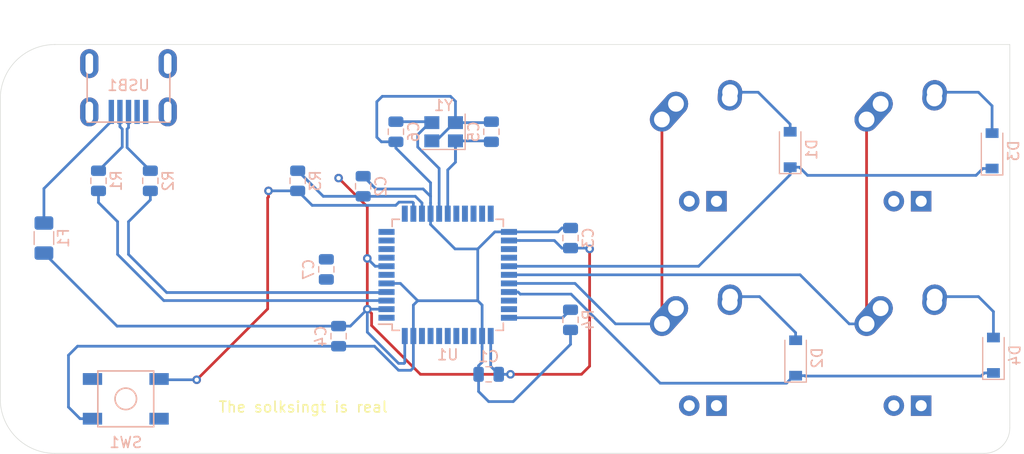
<source format=kicad_pcb>
(kicad_pcb (version 20240108) (generator "pcbnew") (generator_version "8.0")
  (layers (0 "F.Cu" signal) (31 "B.Cu" signal) (34 "B.Paste" user) (35 "F.Paste" user) (36 "B.SilkS" user "B.Silkscreen") (37 "F.SilkS" user "F.Silkscreen") (38 "B.Mask" user) (39 "F.Mask" user) (44 "Edge.Cuts" user))
  (net 0 "")
  (net 1 "GND")
  (net 2 "+5V")
  (net 3 "Net-(C5-Pad2)")
  (net 4 "Net-(C6-Pad2)")
  (net 5 "Net-(C7-Pad1)")
  (net 6 "Net-(D1-Pad2)")
  (net 7 "ROW0")
  (net 8 "Net-(D2-Pad2)")
  (net 9 "ROW1")
  (net 10 "Net-(D3-Pad2)")
  (net 11 "Net-(D4-Pad2)")
  (net 12 "VCC")
  (net 13 "COL0")
  (net 14 "COL1")
  (net 15 "D-")
  (net 16 "Net-(R1-Pad1)")
  (net 17 "D+")
  (net 18 "Net-(R2-Pad1)")
  (net 19 "Net-(R3-Pad1)")
  (net 20 "Net-(R4-Pad2)")
  (net 21 "Net-(U1-Pad42)")
  (net 22 "Net-(U1-Pad41)")
  (net 23 "Net-(U1-Pad40)")
  (net 24 "Net-(U1-Pad39)")
  (net 25 "Net-(U1-Pad38)")
  (net 26 "Net-(U1-Pad37)")
  (net 27 "Net-(U1-Pad36)")
  (net 28 "Net-(U1-Pad32)")
  (net 29 "Net-(U1-Pad31)")
  (net 30 "Net-(U1-Pad26)")
  (net 31 "Net-(U1-Pad25)")
  (net 32 "Net-(U1-Pad22)")
  (net 33 "Net-(U1-Pad21)")
  (net 34 "Net-(U1-Pad20)")
  (net 35 "Net-(U1-Pad19)")
  (net 36 "Net-(U1-Pad18)")
  (net 37 "Net-(U1-Pad12)")
  (net 38 "Net-(U1-Pad11)")
  (net 39 "Net-(U1-Pad10)")
  (net 40 "Net-(U1-Pad9)")
  (net 41 "Net-(U1-Pad8)")
  (net 42 "Net-(U1-Pad1)")
  (net 43 "Net-(USB1-Pad2)")
  (net 44 "Net-(USB1-Pad6)")
  (footprint "MX_Alps_Hybrid:MX-1U" (layer "F.Cu") (at 170.55 106.45)
    (property "Reference" "MX3")
    (property "Value" "MX-NoLED")
    (pad "" np_thru_hole circle (at -5.08 0 48.0996) (size 1.75 1.75) (drill 1.75) (layers "*.Cu" "*.Mask"))
    (pad "" np_thru_hole circle (at 0 0) (size 3.9878 3.9878) (drill 3.9878) (layers "*.Cu" "*.Mask"))
    (pad "" np_thru_hole circle (at 5.08 0 48.0996) (size 1.75 1.75) (drill 1.75) (layers "*.Cu" "*.Mask"))
    (pad "1" thru_hole oval (at -3.81 -2.54 48.0996) (size 4.211556 2.25) (drill 1.47 (offset 0.980778 0)) (layers "*.Cu" "B.Mask") (net 14 "COL1"))
    (pad "1" thru_hole circle (at -2.5 -4) (size 2.25 2.25) (drill 1.47) (layers "*.Cu" "B.Mask") (net 14 "COL1"))
    (pad "2" thru_hole oval (at 2.5 -4.5 86.0548) (size 2.831378 2.25) (drill 1.47 (offset 0.290689 0)) (layers "*.Cu" "B.Mask") (net 10 "Net-(D3-Pad2)"))
    (pad "2" thru_hole circle (at 2.54 -5.08) (size 2.25 2.25) (drill 1.47) (layers "*.Cu" "B.Mask") (net 10 "Net-(D3-Pad2)"))
    (pad "3" thru_hole circle (at -1.27 5.08) (size 1.905 1.905) (drill 1.04) (layers "*.Cu" "B.Mask"))
    (pad "4" thru_hole rect (at 1.27 5.08) (size 1.905 1.905) (drill 1.04) (layers "*.Cu" "B.Mask"))
  )
  (footprint "MX_Alps_Hybrid:MX-1U" (layer "F.Cu") (at 151.5 106.45)
    (property "Reference" "MX1")
    (property "Value" "MX-NoLED")
    (pad "" np_thru_hole circle (at -5.08 0 48.0996) (size 1.75 1.75) (drill 1.75) (layers "*.Cu" "*.Mask"))
    (pad "" np_thru_hole circle (at 0 0) (size 3.9878 3.9878) (drill 3.9878) (layers "*.Cu" "*.Mask"))
    (pad "" np_thru_hole circle (at 5.08 0 48.0996) (size 1.75 1.75) (drill 1.75) (layers "*.Cu" "*.Mask"))
    (pad "1" thru_hole oval (at -3.81 -2.54 48.0996) (size 4.211556 2.25) (drill 1.47 (offset 0.980778 0)) (layers "*.Cu" "B.Mask") (net 13 "COL0"))
    (pad "1" thru_hole circle (at -2.5 -4) (size 2.25 2.25) (drill 1.47) (layers "*.Cu" "B.Mask") (net 13 "COL0"))
    (pad "2" thru_hole oval (at 2.5 -4.5 86.0548) (size 2.831378 2.25) (drill 1.47 (offset 0.290689 0)) (layers "*.Cu" "B.Mask") (net 6 "Net-(D1-Pad2)"))
    (pad "2" thru_hole circle (at 2.54 -5.08) (size 2.25 2.25) (drill 1.47) (layers "*.Cu" "B.Mask") (net 6 "Net-(D1-Pad2)"))
    (pad "3" thru_hole circle (at -1.27 5.08) (size 1.905 1.905) (drill 1.04) (layers "*.Cu" "B.Mask"))
    (pad "4" thru_hole rect (at 1.27 5.08) (size 1.905 1.905) (drill 1.04) (layers "*.Cu" "B.Mask"))
  )
  (footprint "MX_Alps_Hybrid:MX-1U" (layer "F.Cu") (at 170.55 125.5)
    (property "Reference" "MX4")
    (property "Value" "MX-NoLED")
    (pad "" np_thru_hole circle (at -5.08 0 48.0996) (size 1.75 1.75) (drill 1.75) (layers "*.Cu" "*.Mask"))
    (pad "" np_thru_hole circle (at 0 0) (size 3.9878 3.9878) (drill 3.9878) (layers "*.Cu" "*.Mask"))
    (pad "" np_thru_hole circle (at 5.08 0 48.0996) (size 1.75 1.75) (drill 1.75) (layers "*.Cu" "*.Mask"))
    (pad "1" thru_hole oval (at -3.81 -2.54 48.0996) (size 4.211556 2.25) (drill 1.47 (offset 0.980778 0)) (layers "*.Cu" "B.Mask") (net 14 "COL1"))
    (pad "1" thru_hole circle (at -2.5 -4) (size 2.25 2.25) (drill 1.47) (layers "*.Cu" "B.Mask") (net 14 "COL1"))
    (pad "2" thru_hole oval (at 2.5 -4.5 86.0548) (size 2.831378 2.25) (drill 1.47 (offset 0.290689 0)) (layers "*.Cu" "B.Mask") (net 11 "Net-(D4-Pad2)"))
    (pad "2" thru_hole circle (at 2.54 -5.08) (size 2.25 2.25) (drill 1.47) (layers "*.Cu" "B.Mask") (net 11 "Net-(D4-Pad2)"))
    (pad "3" thru_hole circle (at -1.27 5.08) (size 1.905 1.905) (drill 1.04) (layers "*.Cu" "B.Mask"))
    (pad "4" thru_hole rect (at 1.27 5.08) (size 1.905 1.905) (drill 1.04) (layers "*.Cu" "B.Mask"))
  )
  (footprint "MX_Alps_Hybrid:MX-1U" (layer "F.Cu") (at 151.5 125.5)
    (property "Reference" "MX2")
    (property "Value" "MX-NoLED")
    (pad "" np_thru_hole circle (at -5.08 0 48.0996) (size 1.75 1.75) (drill 1.75) (layers "*.Cu" "*.Mask"))
    (pad "" np_thru_hole circle (at 0 0) (size 3.9878 3.9878) (drill 3.9878) (layers "*.Cu" "*.Mask"))
    (pad "" np_thru_hole circle (at 5.08 0 48.0996) (size 1.75 1.75) (drill 1.75) (layers "*.Cu" "*.Mask"))
    (pad "1" thru_hole oval (at -3.81 -2.54 48.0996) (size 4.211556 2.25) (drill 1.47 (offset 0.980778 0)) (layers "*.Cu" "B.Mask") (net 13 "COL0"))
    (pad "1" thru_hole circle (at -2.5 -4) (size 2.25 2.25) (drill 1.47) (layers "*.Cu" "B.Mask") (net 13 "COL0"))
    (pad "2" thru_hole oval (at 2.5 -4.5 86.0548) (size 2.831378 2.25) (drill 1.47 (offset 0.290689 0)) (layers "*.Cu" "B.Mask") (net 8 "Net-(D2-Pad2)"))
    (pad "2" thru_hole circle (at 2.54 -5.08) (size 2.25 2.25) (drill 1.47) (layers "*.Cu" "B.Mask") (net 8 "Net-(D2-Pad2)"))
    (pad "3" thru_hole circle (at -1.27 5.08) (size 1.905 1.905) (drill 1.04) (layers "*.Cu" "B.Mask"))
    (pad "4" thru_hole rect (at 1.27 5.08) (size 1.905 1.905) (drill 1.04) (layers "*.Cu" "B.Mask"))
  )
  (footprint "Capacitor_SMD:C_0805_2012Metric" (layer "B.Cu") (at 131.561 127.659 180)
    (property "Reference" "C1" (at 0 1.65 0) (layer "B.SilkS") (effects (justify mirror)))
    (property "Value" "0.1uF")
    (fp_line (start -0.258578 0.71) (end 0.258578 0.71) (stroke (width 0.12)) (layer "B.SilkS"))
    (fp_line (start -0.258578 -0.71) (end 0.258578 -0.71) (stroke (width 0.12)) (layer "B.SilkS"))
    (pad "1" smd roundrect (at -0.9375 0 180) (size 0.975 1.4) (layers "B.Cu" "B.Paste" "B.Mask") (net 2 "+5V"))
    (pad "2" smd roundrect (at 0.9375 0 180) (size 0.975 1.4) (layers "B.Cu" "B.Paste" "B.Mask") (net 1 "GND"))
  )
  (footprint "Capacitor_SMD:C_0805_2012Metric" (layer "B.Cu") (at 119.877 110.133 90)
    (property "Reference" "C2" (at 0 1.65 -90) (layer "B.SilkS") (effects (justify mirror)))
    (property "Value" "0.1uF")
    (fp_line (start -0.258578 -0.71) (end 0.258578 -0.71) (stroke (width 0.12)) (layer "B.SilkS"))
    (fp_line (start -0.258578 0.71) (end 0.258578 0.71) (stroke (width 0.12)) (layer "B.SilkS"))
    (pad "1" smd roundrect (at -0.9375 0 90) (size 0.975 1.4) (layers "B.Cu" "B.Paste" "B.Mask") (net 2 "+5V"))
    (pad "2" smd roundrect (at 0.9375 0 90) (size 0.975 1.4) (layers "B.Cu" "B.Paste" "B.Mask") (net 1 "GND"))
  )
  (footprint "Capacitor_SMD:C_0805_2012Metric" (layer "B.Cu") (at 139.181 114.959 90)
    (property "Reference" "C3" (at 0 1.65 -90) (layer "B.SilkS") (effects (justify mirror)))
    (property "Value" "0.1uF")
    (fp_line (start -0.258578 -0.71) (end 0.258578 -0.71) (stroke (width 0.12)) (layer "B.SilkS"))
    (fp_line (start -0.258578 0.71) (end 0.258578 0.71) (stroke (width 0.12)) (layer "B.SilkS"))
    (pad "1" smd roundrect (at -0.9375 0 90) (size 0.975 1.4) (layers "B.Cu" "B.Paste" "B.Mask") (net 2 "+5V"))
    (pad "2" smd roundrect (at 0.9375 0 90) (size 0.975 1.4) (layers "B.Cu" "B.Paste" "B.Mask") (net 1 "GND"))
  )
  (footprint "Capacitor_SMD:C_0805_2012Metric" (layer "B.Cu") (at 131.815 105.053 -90)
    (property "Reference" "C5" (at 0 1.65 -90) (layer "B.SilkS") (effects (justify mirror)))
    (property "Value" "22pF")
    (fp_line (start -0.258578 0.71) (end 0.258578 0.71) (stroke (width 0.12)) (layer "B.SilkS"))
    (fp_line (start -0.258578 -0.71) (end 0.258578 -0.71) (stroke (width 0.12)) (layer "B.SilkS"))
    (pad "1" smd roundrect (at -0.9375 0 270) (size 0.975 1.4) (layers "B.Cu" "B.Paste" "B.Mask") (net 1 "GND"))
    (pad "2" smd roundrect (at 0.9375 0 270) (size 0.975 1.4) (layers "B.Cu" "B.Paste" "B.Mask") (net 3 "Net-(C5-Pad2)"))
  )
  (footprint "Capacitor_SMD:C_0805_2012Metric" (layer "B.Cu") (at 122.925 105.053 90)
    (property "Reference" "C6" (at 0 1.65 -90) (layer "B.SilkS") (effects (justify mirror)))
    (property "Value" "22pF")
    (fp_line (start -0.258578 -0.71) (end 0.258578 -0.71) (stroke (width 0.12)) (layer "B.SilkS"))
    (fp_line (start -0.258578 0.71) (end 0.258578 0.71) (stroke (width 0.12)) (layer "B.SilkS"))
    (pad "1" smd roundrect (at -0.9375 0 90) (size 0.975 1.4) (layers "B.Cu" "B.Paste" "B.Mask") (net 1 "GND"))
    (pad "2" smd roundrect (at 0.9375 0 90) (size 0.975 1.4) (layers "B.Cu" "B.Paste" "B.Mask") (net 4 "Net-(C6-Pad2)"))
  )
  (footprint "Capacitor_SMD:C_0805_2012Metric" (layer "B.Cu") (at 116.448 117.88 -90)
    (property "Reference" "C7" (at 0 1.65 -90) (layer "B.SilkS") (effects (justify mirror)))
    (property "Value" "1uF")
    (fp_line (start -0.258578 0.71) (end 0.258578 0.71) (stroke (width 0.12)) (layer "B.SilkS"))
    (fp_line (start -0.258578 -0.71) (end 0.258578 -0.71) (stroke (width 0.12)) (layer "B.SilkS"))
    (pad "1" smd roundrect (at -0.9375 0 270) (size 0.975 1.4) (layers "B.Cu" "B.Paste" "B.Mask") (net 5 "Net-(C7-Pad1)"))
    (pad "2" smd roundrect (at 0.9375 0 270) (size 0.975 1.4) (layers "B.Cu" "B.Paste" "B.Mask") (net 1 "GND"))
  )
  (footprint "Diode_SMD:D_SOD-123" (layer "B.Cu") (at 178.424 106.831 90)
    (property "Reference" "D3" (at 0 2 -90) (layer "B.SilkS") (effects (justify mirror)))
    (property "Value" "D_Small")
    (fp_line (start -2.25 -1) (end 1.65 -1) (stroke (width 0.12)) (layer "B.SilkS"))
    (fp_line (start -2.25 1) (end -2.25 -1) (stroke (width 0.12)) (layer "B.SilkS"))
    (fp_line (start -2.25 1) (end 1.65 1) (stroke (width 0.12)) (layer "B.SilkS"))
    (pad "1" smd rect (at -1.65 0 90) (size 0.9 1.2) (layers "B.Cu" "B.Paste" "B.Mask") (net 7 "ROW0"))
    (pad "2" smd rect (at 1.65 0 90) (size 0.9 1.2) (layers "B.Cu" "B.Paste" "B.Mask") (net 10 "Net-(D3-Pad2)"))
  )
  (footprint "Diode_SMD:D_SOD-123" (layer "B.Cu") (at 178.551 125.881 90)
    (property "Reference" "D4" (at 0 2 -90) (layer "B.SilkS") (effects (justify mirror)))
    (property "Value" "D_Small")
    (fp_line (start -2.25 -1) (end 1.65 -1) (stroke (width 0.12)) (layer "B.SilkS"))
    (fp_line (start -2.25 1) (end -2.25 -1) (stroke (width 0.12)) (layer "B.SilkS"))
    (fp_line (start -2.25 1) (end 1.65 1) (stroke (width 0.12)) (layer "B.SilkS"))
    (pad "1" smd rect (at -1.65 0 90) (size 0.9 1.2) (layers "B.Cu" "B.Paste" "B.Mask") (net 9 "ROW1"))
    (pad "2" smd rect (at 1.65 0 90) (size 0.9 1.2) (layers "B.Cu" "B.Paste" "B.Mask") (net 11 "Net-(D4-Pad2)"))
  )
  (footprint "Resistor_SMD:R_0805_2012Metric" (layer "B.Cu") (at 139.181 122.579 90)
    (property "Reference" "R4" (at 0 1.65 -90) (layer "B.SilkS") (effects (justify mirror)))
    (property "Value" "10k")
    (fp_line (start -0.258578 -0.71) (end 0.258578 -0.71) (stroke (width 0.12)) (layer "B.SilkS"))
    (fp_line (start -0.258578 0.71) (end 0.258578 0.71) (stroke (width 0.12)) (layer "B.SilkS"))
    (pad "1" smd roundrect (at -0.9375 0 90) (size 0.975 1.4) (layers "B.Cu" "B.Paste" "B.Mask") (net 1 "GND"))
    (pad "2" smd roundrect (at 0.9375 0 90) (size 0.975 1.4) (layers "B.Cu" "B.Paste" "B.Mask") (net 20 "Net-(R4-Pad2)"))
  )
  (footprint "Package_QFP:TQFP-44_10x10mm_P0.8mm" (layer "B.Cu") (at 127.751 118.388)
    (property "Reference" "U1" (at 0 7.45 0) (layer "B.SilkS") (effects (justify mirror)))
    (property "Value" "ATmega32U4-AU")
    (fp_line (start -5.175 -5.175) (end -5.175 -4.5) (stroke (width 0.15)) (layer "B.SilkS"))
    (fp_line (start -5.175 -5.175) (end -4.5 -5.175) (stroke (width 0.15)) (layer "B.SilkS"))
    (fp_line (start -5.175 4.6) (end -6.45 4.6) (stroke (width 0.15)) (layer "B.SilkS"))
    (fp_line (start -5.175 5.175) (end -5.175 4.6) (stroke (width 0.15)) (layer "B.SilkS"))
    (fp_line (start -5.175 5.175) (end -4.5 5.175) (stroke (width 0.15)) (layer "B.SilkS"))
    (fp_line (start 5.175 -5.175) (end 4.5 -5.175) (stroke (width 0.15)) (layer "B.SilkS"))
    (fp_line (start 5.175 -5.175) (end 5.175 -4.5) (stroke (width 0.15)) (layer "B.SilkS"))
    (fp_line (start 5.175 5.175) (end 4.5 5.175) (stroke (width 0.15)) (layer "B.SilkS"))
    (fp_line (start 5.175 5.175) (end 5.175 4.5) (stroke (width 0.15)) (layer "B.SilkS"))
    (pad "1" smd rect (at -5.7 4) (size 1.5 0.55) (layers "B.Cu" "B.Paste" "B.Mask") (net 42 "Net-(U1-Pad1)"))
    (pad "2" smd rect (at -5.7 3.2) (size 1.5 0.55) (layers "B.Cu" "B.Paste" "B.Mask") (net 2 "+5V"))
    (pad "3" smd rect (at -5.7 2.4) (size 1.5 0.55) (layers "B.Cu" "B.Paste" "B.Mask") (net 16 "Net-(R1-Pad1)"))
    (pad "4" smd rect (at -5.7 1.6) (size 1.5 0.55) (layers "B.Cu" "B.Paste" "B.Mask") (net 18 "Net-(R2-Pad1)"))
    (pad "5" smd rect (at -5.7 0.8) (size 1.5 0.55) (layers "B.Cu" "B.Paste" "B.Mask") (net 1 "GND"))
    (pad "6" smd rect (at -5.7 0) (size 1.5 0.55) (layers "B.Cu" "B.Paste" "B.Mask") (net 5 "Net-(C7-Pad1)"))
    (pad "7" smd rect (at -5.7 -0.8) (size 1.5 0.55) (layers "B.Cu" "B.Paste" "B.Mask") (net 2 "+5V"))
    (pad "8" smd rect (at -5.7 -1.6) (size 1.5 0.55) (layers "B.Cu" "B.Paste" "B.Mask") (net 41 "Net-(U1-Pad8)"))
    (pad "9" smd rect (at -5.7 -2.4) (size 1.5 0.55) (layers "B.Cu" "B.Paste" "B.Mask") (net 40 "Net-(U1-Pad9)"))
    (pad "10" smd rect (at -5.7 -3.2) (size 1.5 0.55) (layers "B.Cu" "B.Paste" "B.Mask") (net 39 "Net-(U1-Pad10)"))
    (pad "11" smd rect (at -5.7 -4) (size 1.5 0.55) (layers "B.Cu" "B.Paste" "B.Mask") (net 38 "Net-(U1-Pad11)"))
    (pad "12" smd rect (at -4 -5.7 270) (size 1.5 0.55) (layers "B.Cu" "B.Paste" "B.Mask") (net 37 "Net-(U1-Pad12)"))
    (pad "13" smd rect (at -3.2 -5.7 270) (size 1.5 0.55) (layers "B.Cu" "B.Paste" "B.Mask") (net 19 "Net-(R3-Pad1)"))
    (pad "14" smd rect (at -2.4 -5.7 270) (size 1.5 0.55) (layers "B.Cu" "B.Paste" "B.Mask") (net 2 "+5V"))
    (pad "15" smd rect (at -1.6 -5.7 270) (size 1.5 0.55) (layers "B.Cu" "B.Paste" "B.Mask") (net 1 "GND"))
    (pad "16" smd rect (at -0.8 -5.7 270) (size 1.5 0.55) (layers "B.Cu" "B.Paste" "B.Mask") (net 4 "Net-(C6-Pad2)"))
    (pad "17" smd rect (at 0 -5.7 270) (size 1.5 0.55) (layers "B.Cu" "B.Paste" "B.Mask") (net 3 "Net-(C5-Pad2)"))
    (pad "18" smd rect (at 0.8 -5.7 270) (size 1.5 0.55) (layers "B.Cu" "B.Paste" "B.Mask") (net 36 "Net-(U1-Pad18)"))
    (pad "19" smd rect (at 1.6 -5.7 270) (size 1.5 0.55) (layers "B.Cu" "B.Paste" "B.Mask") (net 35 "Net-(U1-Pad19)"))
    (pad "20" smd rect (at 2.4 -5.7 270) (size 1.5 0.55) (layers "B.Cu" "B.Paste" "B.Mask") (net 34 "Net-(U1-Pad20)"))
    (pad "21" smd rect (at 3.2 -5.7 270) (size 1.5 0.55) (layers "B.Cu" "B.Paste" "B.Mask") (net 33 "Net-(U1-Pad21)"))
    (pad "22" smd rect (at 4 -5.7 270) (size 1.5 0.55) (layers "B.Cu" "B.Paste" "B.Mask") (net 32 "Net-(U1-Pad22)"))
    (pad "23" smd rect (at 5.7 -4) (size 1.5 0.55) (layers "B.Cu" "B.Paste" "B.Mask") (net 1 "GND"))
    (pad "24" smd rect (at 5.7 -3.2) (size 1.5 0.55) (layers "B.Cu" "B.Paste" "B.Mask") (net 2 "+5V"))
    (pad "25" smd rect (at 5.7 -2.4) (size 1.5 0.55) (layers "B.Cu" "B.Paste" "B.Mask") (net 31 "Net-(U1-Pad25)"))
    (pad "26" smd rect (at 5.7 -1.6) (size 1.5 0.55) (layers "B.Cu" "B.Paste" "B.Mask") (net 30 "Net-(U1-Pad26)"))
    (pad "27" smd rect (at 5.7 -0.8) (size 1.5 0.55) (layers "B.Cu" "B.Paste" "B.Mask") (net 7 "ROW0"))
    (pad "28" smd rect (at 5.7 0) (size 1.5 0.55) (layers "B.Cu" "B.Paste" "B.Mask") (net 14 "COL1"))
    (pad "29" smd rect (at 5.7 0.8) (size 1.5 0.55) (layers "B.Cu" "B.Paste" "B.Mask") (net 13 "COL0"))
    (pad "30" smd rect (at 5.7 1.6) (size 1.5 0.55) (layers "B.Cu" "B.Paste" "B.Mask") (net 9 "ROW1"))
    (pad "31" smd rect (at 5.7 2.4) (size 1.5 0.55) (layers "B.Cu" "B.Paste" "B.Mask") (net 29 "Net-(U1-Pad31)"))
    (pad "32" smd rect (at 5.7 3.2) (size 1.5 0.55) (layers "B.Cu" "B.Paste" "B.Mask") (net 28 "Net-(U1-Pad32)"))
    (pad "33" smd rect (at 5.7 4) (size 1.5 0.55) (layers "B.Cu" "B.Paste" "B.Mask") (net 20 "Net-(R4-Pad2)"))
    (pad "34" smd rect (at 4 5.7 270) (size 1.5 0.55) (layers "B.Cu" "B.Paste" "B.Mask") (net 2 "+5V"))
    (pad "35" smd rect (at 3.2 5.7 270) (size 1.5 0.55) (layers "B.Cu" "B.Paste" "B.Mask") (net 1 "GND"))
    (pad "36" smd rect (at 2.4 5.7 270) (size 1.5 0.55) (layers "B.Cu" "B.Paste" "B.Mask") (net 27 "Net-(U1-Pad36)"))
    (pad "37" smd rect (at 1.6 5.7 270) (size 1.5 0.55) (layers "B.Cu" "B.Paste" "B.Mask") (net 26 "Net-(U1-Pad37)"))
    (pad "38" smd rect (at 0.8 5.7 270) (size 1.5 0.55) (layers "B.Cu" "B.Paste" "B.Mask") (net 25 "Net-(U1-Pad38)"))
    (pad "39" smd rect (at 0 5.7 270) (size 1.5 0.55) (layers "B.Cu" "B.Paste" "B.Mask") (net 24 "Net-(U1-Pad39)"))
    (pad "40" smd rect (at -0.8 5.7 270) (size 1.5 0.55) (layers "B.Cu" "B.Paste" "B.Mask") (net 23 "Net-(U1-Pad40)"))
    (pad "41" smd rect (at -1.6 5.7 270) (size 1.5 0.55) (layers "B.Cu" "B.Paste" "B.Mask") (net 22 "Net-(U1-Pad41)"))
    (pad "42" smd rect (at -2.4 5.7 270) (size 1.5 0.55) (layers "B.Cu" "B.Paste" "B.Mask") (net 21 "Net-(U1-Pad42)"))
    (pad "43" smd rect (at -3.2 5.7 270) (size 1.5 0.55) (layers "B.Cu" "B.Paste" "B.Mask") (net 1 "GND"))
    (pad "44" smd rect (at -4 5.7 270) (size 1.5 0.55) (layers "B.Cu" "B.Paste" "B.Mask") (net 2 "+5V"))
  )
  (footprint "Crystal:Crystal_SMD_3225-4Pin_3.2x2.5mm" (layer "B.Cu") (at 127.37 105.053 180)
    (property "Reference" "Y1" (at 0 2.45 0) (layer "B.SilkS") (effects (justify mirror)))
    (property "Value" "16MHz")
    (fp_line (start -2 1.65) (end -2 -1.65) (stroke (width 0.12)) (layer "B.SilkS"))
    (fp_line (start -2 -1.65) (end 2 -1.65) (stroke (width 0.12)) (layer "B.SilkS"))
    (pad "1" smd rect (at -1.1 -0.85 180) (size 1.4 1.2) (layers "B.Cu" "B.Paste" "B.Mask") (net 3 "Net-(C5-Pad2)"))
    (pad "2" smd rect (at 1.1 -0.85 180) (size 1.4 1.2) (layers "B.Cu" "B.Paste" "B.Mask") (net 1 "GND"))
    (pad "3" smd rect (at 1.1 0.85 180) (size 1.4 1.2) (layers "B.Cu" "B.Paste" "B.Mask") (net 4 "Net-(C6-Pad2)"))
    (pad "4" smd rect (at -1.1 0.85 180) (size 1.4 1.2) (layers "B.Cu" "B.Paste" "B.Mask") (net 1 "GND"))
  )
  (footprint "Resistor_SMD:R_0805_2012Metric" (layer "B.Cu") (at 100.065 109.625 90)
    (property "Reference" "R2" (at 0 1.65 -90) (layer "B.SilkS") (effects (justify mirror)))
    (property "Value" "22")
    (fp_line (start -0.258578 -0.71) (end 0.258578 -0.71) (stroke (width 0.12)) (layer "B.SilkS"))
    (fp_line (start -0.258578 0.71) (end 0.258578 0.71) (stroke (width 0.12)) (layer "B.SilkS"))
    (pad "1" smd roundrect (at -0.9375 0 90) (size 0.975 1.4) (layers "B.Cu" "B.Paste" "B.Mask") (net 18 "Net-(R2-Pad1)"))
    (pad "2" smd roundrect (at 0.9375 0 90) (size 0.975 1.4) (layers "B.Cu" "B.Paste" "B.Mask") (net 17 "D+"))
  )
  (footprint "random-keyboard-parts:Molex-0548190589" (layer "B.Cu") (at 98.033 98.703 -90)
    (property "Reference" "USB1" (at 2.032 0 0) (layer "B.SilkS") (effects (justify mirror)))
    (property "Value" "Molex-0548190589")
    (fp_line (start 0 3.85) (end 5.45 3.85) (stroke (width 0.15)) (layer "B.SilkS"))
    (fp_line (start 5.45 3.85) (end 5.45 -3.85) (stroke (width 0.15)) (layer "B.SilkS"))
    (fp_line (start 0 -3.85) (end 5.45 -3.85) (stroke (width 0.15)) (layer "B.SilkS"))
    (pad "1" smd rect (at 4.5 -1.6 270) (size 2.25 0.5) (layers "B.Cu" "B.Paste" "B.Mask") (net 1 "GND"))
    (pad "2" smd rect (at 4.5 -0.8 270) (size 2.25 0.5) (layers "B.Cu" "B.Paste" "B.Mask") (net 43 "Net-(USB1-Pad2)"))
    (pad "3" smd rect (at 4.5 0 270) (size 2.25 0.5) (layers "B.Cu" "B.Paste" "B.Mask") (net 17 "D+"))
    (pad "4" smd rect (at 4.5 0.8 270) (size 2.25 0.5) (layers "B.Cu" "B.Paste" "B.Mask") (net 15 "D-"))
    (pad "5" smd rect (at 4.5 1.6 270) (size 2.25 0.5) (layers "B.Cu" "B.Paste" "B.Mask") (net 12 "VCC"))
    (pad "6" thru_hole oval (at 0 -3.65 270) (size 2.7 1.7) (drill oval 1.9 0.7) (layers "*.Cu" "*.Mask") (net 44 "Net-(USB1-Pad6)"))
    (pad "6" thru_hole oval (at 0 3.65 270) (size 2.7 1.7) (drill oval 1.9 0.7) (layers "*.Cu" "*.Mask") (net 44 "Net-(USB1-Pad6)"))
    (pad "6" thru_hole oval (at 4.5 -3.65 270) (size 2.7 1.7) (drill oval 1.9 0.7) (layers "*.Cu" "*.Mask") (net 44 "Net-(USB1-Pad6)"))
    (pad "6" thru_hole oval (at 4.5 3.65 270) (size 2.7 1.7) (drill oval 1.9 0.7) (layers "*.Cu" "*.Mask") (net 44 "Net-(USB1-Pad6)"))
  )
  (footprint "Resistor_SMD:R_0805_2012Metric" (layer "B.Cu") (at 113.781 109.625 90)
    (property "Reference" "R3" (at 0 1.65 90) (layer "B.SilkS") (effects (justify mirror)))
    (property "Value" "10k")
    (fp_line (start -0.258578 -0.71) (end 0.258578 -0.71) (stroke (width 0.12)) (layer "B.SilkS"))
    (fp_line (start -0.258578 0.71) (end 0.258578 0.71) (stroke (width 0.12)) (layer "B.SilkS"))
    (pad "1" smd roundrect (at -0.9375 0 90) (size 0.975 1.4) (layers "B.Cu" "B.Paste" "B.Mask") (net 19 "Net-(R3-Pad1)"))
    (pad "2" smd roundrect (at 0.9375 0 90) (size 0.975 1.4) (layers "B.Cu" "B.Paste" "B.Mask") (net 2 "+5V"))
  )
  (footprint "random-keyboard-parts:SKQG-1155865" (layer "B.Cu") (at 97.779 129.945 180)
    (property "Reference" "SW1" (at 0 -4.064 0) (layer "B.SilkS") (effects (justify mirror)))
    (property "Value" "SW_Push")
    (fp_line (start 2.6 2.6) (end 2.6 -2.6) (stroke (width 0.15)) (layer "B.SilkS"))
    (fp_line (start 2.6 -2.6) (end -2.6 -2.6) (stroke (width 0.15)) (layer "B.SilkS"))
    (fp_line (start -2.6 2.6) (end 2.6 2.6) (stroke (width 0.15)) (layer "B.SilkS"))
    (fp_line (start -2.6 -2.6) (end -2.6 2.6) (stroke (width 0.15)) (layer "B.SilkS"))
    (fp_circle (center 0 0) (end 1 0) (stroke (width 0.15)) (fill none) (layer "B.SilkS"))
    (pad "1" smd rect (at 3.1 -1.85 180) (size 1.8 1.1) (layers "B.Cu" "B.Paste" "B.Mask") (net 1 "GND"))
    (pad "2" smd rect (at -3.1 1.85 180) (size 1.8 1.1) (layers "B.Cu" "B.Paste" "B.Mask") (net 19 "Net-(R3-Pad1)"))
    (pad "3" smd rect (at 3.1 1.85 180) (size 1.8 1.1) (layers "B.Cu" "B.Paste" "B.Mask"))
    (pad "4" smd rect (at -3.1 -1.85 180) (size 1.8 1.1) (layers "B.Cu" "B.Paste" "B.Mask"))
  )
  (footprint "Resistor_SMD:R_0805_2012Metric" (layer "B.Cu") (at 95.239 109.625 90)
    (property "Reference" "R1" (at 0 1.65 90) (layer "B.SilkS") (effects (justify mirror)))
    (property "Value" "22")
    (fp_line (start -0.258578 -0.71) (end 0.258578 -0.71) (stroke (width 0.12)) (layer "B.SilkS"))
    (fp_line (start -0.258578 0.71) (end 0.258578 0.71) (stroke (width 0.12)) (layer "B.SilkS"))
    (pad "1" smd roundrect (at -0.9375 0 90) (size 0.975 1.4) (layers "B.Cu" "B.Paste" "B.Mask") (net 16 "Net-(R1-Pad1)"))
    (pad "2" smd roundrect (at 0.9375 0 90) (size 0.975 1.4) (layers "B.Cu" "B.Paste" "B.Mask") (net 15 "D-"))
  )
  (footprint "Capacitor_SMD:C_0805_2012Metric" (layer "B.Cu") (at 117.591 124.103 -90)
    (property "Reference" "C4" (at 0 1.65 90) (layer "B.SilkS") (effects (justify mirror)))
    (property "Value" "10 uF")
    (fp_line (start -0.258578 0.71) (end 0.258578 0.71) (stroke (width 0.12)) (layer "B.SilkS"))
    (fp_line (start -0.258578 -0.71) (end 0.258578 -0.71) (stroke (width 0.12)) (layer "B.SilkS"))
    (pad "1" smd roundrect (at -0.9375 0 270) (size 0.975 1.4) (layers "B.Cu" "B.Paste" "B.Mask") (net 2 "+5V"))
    (pad "2" smd roundrect (at 0.9375 0 270) (size 0.975 1.4) (layers "B.Cu" "B.Paste" "B.Mask") (net 1 "GND"))
  )
  (footprint "Fuse:Fuse_1206_3216Metric" (layer "B.Cu") (at 90.159 114.959 90)
    (property "Reference" "F1" (at 0 1.82 -90) (layer "B.SilkS") (effects (justify mirror)))
    (property "Value" "500mA")
    (fp_line (start -0.602064 -0.91) (end 0.602064 -0.91) (stroke (width 0.12)) (layer "B.SilkS"))
    (fp_line (start -0.602064 0.91) (end 0.602064 0.91) (stroke (width 0.12)) (layer "B.SilkS"))
    (pad "1" smd roundrect (at -1.4 0 90) (size 1.25 1.75) (layers "B.Cu" "B.Paste" "B.Mask") (roundrect_rratio 0.2) (net 2 "+5V"))
    (pad "2" smd roundrect (at 1.4 0 90) (size 1.25 1.75) (layers "B.Cu" "B.Paste" "B.Mask") (roundrect_rratio 0.2) (net 12 "VCC"))
  )
  (footprint "Diode_SMD:D_SOD-123" (layer "B.Cu") (at 160.136 126.135 90)
    (property "Reference" "D2" (at 0 2 -90) (layer "B.SilkS") (effects (justify mirror)))
    (property "Value" "D_Small")
    (fp_line (start -2.25 -1) (end 1.65 -1) (stroke (width 0.12)) (layer "B.SilkS"))
    (fp_line (start -2.25 1) (end -2.25 -1) (stroke (width 0.12)) (layer "B.SilkS"))
    (fp_line (start -2.25 1) (end 1.65 1) (stroke (width 0.12)) (layer "B.SilkS"))
    (pad "1" smd rect (at -1.65 0 90) (size 0.9 1.2) (layers "B.Cu" "B.Paste" "B.Mask") (net 9 "ROW1"))
    (pad "2" smd rect (at 1.65 0 90) (size 0.9 1.2) (layers "B.Cu" "B.Paste" "B.Mask") (net 8 "Net-(D2-Pad2)"))
  )
  (footprint "Diode_SMD:D_SOD-123" (layer "B.Cu") (at 159.628 106.704 90)
    (property "Reference" "D1" (at 0 2 -90) (layer "B.SilkS") (effects (justify mirror)))
    (property "Value" "D_Small")
    (fp_line (start -2.25 -1) (end 1.65 -1) (stroke (width 0.12)) (layer "B.SilkS"))
    (fp_line (start -2.25 1) (end -2.25 -1) (stroke (width 0.12)) (layer "B.SilkS"))
    (fp_line (start -2.25 1) (end 1.65 1) (stroke (width 0.12)) (layer "B.SilkS"))
    (pad "1" smd rect (at -1.65 0 90) (size 0.9 1.2) (layers "B.Cu" "B.Paste" "B.Mask") (net 7 "ROW0"))
    (pad "2" smd rect (at 1.65 0 90) (size 0.9 1.2) (layers "B.Cu" "B.Paste" "B.Mask") (net 6 "Net-(D1-Pad2)"))
  )
  (gr_line (start 86.095 129.945) (end 86.095 102.005) (stroke (width 0.05)) (layer "Edge.Cuts"))
  (gr_line (start 91.175 135.025) (end 177.69375 135.025) (stroke (width 0.05)) (layer "Edge.Cuts"))
  (gr_arc (start 86.095 102.005) (mid 87.582898 98.412898) (end 91.175 96.925) (stroke (width 0.05)) (layer "Edge.Cuts"))
  (gr_line (start 91.175 96.925) (end 180.075 96.925) (stroke (width 0.05)) (layer "Edge.Cuts"))
  (gr_line (start 180.075 96.925) (end 180.075 132.64375) (stroke (width 0.05)) (layer "Edge.Cuts"))
  (gr_arc (start 180.075 132.64375) (mid 179.377548 134.327548) (end 177.69375 135.025) (stroke (width 0.05)) (layer "Edge.Cuts"))
  (gr_arc (start 91.175 135.025) (mid 87.582898 133.537102) (end 86.095 129.945) (stroke (width 0.05)) (layer "Edge.Cuts"))
  (gr_text "The solksingt is real" (at 114.289 130.707 0) (layer "F.SilkS") (effects (font (size 1 1))))
  (segment (start 126.67 105.903) (end 128.37 104.203) (width 0.254) (layer "B.Cu") (net 1))
  (segment (start 130.545 115.975) (end 132.132 114.388) (width 0.254) (layer "B.Cu") (net 1))
  (segment (start 123.179 127.285066) (end 124.314934 127.285066) (width 0.254) (layer "B.Cu") (net 1))
  (segment (start 124.551 121.207) (end 124.551 124.088) (width 0.254) (layer "B.Cu") (net 1))
  (segment (start 139.181 123.5165) (end 139.181 124.865) (width 0.254) (layer "B.Cu") (net 1))
  (segment (start 128.37 104.203) (end 128.47 104.203) (width 0.254) (layer "B.Cu") (net 1))
  (segment (start 126.151 112.688) (end 126.151 113.692) (width 0.254) (layer "B.Cu") (net 1))
  (segment (start 131.561 130.199) (end 130.6235 129.2615) (width 0.254) (layer "B.Cu") (net 1))
  (segment (start 139.181 124.865) (end 133.847 130.199) (width 0.254) (layer "B.Cu") (net 1))
  (segment (start 124.314934 127.285066) (end 124.551 127.049) (width 0.254) (layer "B.Cu") (net 1))
  (segment (start 130.6235 129.2615) (end 130.6235 127.659) (width 0.254) (layer "B.Cu") (net 1))
  (segment (start 93.2855 125.0405) (end 117.591 125.0405) (width 0.254) (layer "B.Cu") (net 1))
  (segment (start 130.6235 127.659) (end 130.6235 126.859) (width 0.254) (layer "B.Cu") (net 1))
  (segment (start 124.551 127.049) (end 124.551 124.088) (width 0.254) (layer "B.Cu") (net 1))
  (segment (start 117.591 125.0405) (end 120.934434 125.0405) (width 0.254) (layer "B.Cu") (net 1))
  (segment (start 130.545 115.975) (end 130.545 120.801) (width 0.254) (layer "B.Cu") (net 1))
  (segment (start 126.151 111.684) (end 126.151 112.688) (width 0.254) (layer "B.Cu") (net 1))
  (segment (start 92.445 130.715) (end 92.445 125.881) (width 0.254) (layer "B.Cu") (net 1))
  (segment (start 121.147 105.561) (end 121.147 102.259) (width 0.254) (layer "B.Cu") (net 1))
  (segment (start 128.434 115.975) (end 130.545 115.975) (width 0.254) (layer "B.Cu") (net 1))
  (segment (start 120.934434 125.0405) (end 123.179 127.285066) (width 0.254) (layer "B.Cu") (net 1))
  (segment (start 122.925 105.9905) (end 121.5765 105.9905) (width 0.254) (layer "B.Cu") (net 1))
  (segment (start 131.7275 104.203) (end 131.815 104.1155) (width 0.254) (layer "B.Cu") (net 1))
  (segment (start 126.151 113.692) (end 128.434 115.975) (width 0.254) (layer "B.Cu") (net 1))
  (segment (start 92.445 125.881) (end 93.2855 125.0405) (width 0.254) (layer "B.Cu") (net 1))
  (segment (start 133.847 130.199) (end 131.561 130.199) (width 0.254) (layer "B.Cu") (net 1))
  (segment (start 130.951 121.207) (end 130.951 124.088) (width 0.254) (layer "B.Cu") (net 1))
  (segment (start 123.344 119.188) (end 122.051 119.188) (width 0.254) (layer "B.Cu") (net 1))
  (segment (start 130.951 126.5315) (end 130.951 125.092) (width 0.254) (layer "B.Cu") (net 1))
  (segment (start 126.151 109.804) (end 126.151 111.073) (width 0.254) (layer "B.Cu") (net 1))
  (segment (start 130.951 125.092) (end 130.951 124.088) (width 0.254) (layer "B.Cu") (net 1))
  (segment (start 124.957 120.801) (end 124.551 121.207) (width 0.254) (layer "B.Cu") (net 1))
  (segment (start 126.27 105.903) (end 126.67 105.903) (width 0.254) (layer "B.Cu") (net 1))
  (segment (start 128.47 102.216) (end 128.47 104.203) (width 0.254) (layer "B.Cu") (net 1))
  (segment (start 130.6235 126.859) (end 130.951 126.5315) (width 0.254) (layer "B.Cu") (net 1))
  (segment (start 94.679 131.795) (end 93.525 131.795) (width 0.254) (layer "B.Cu") (net 1))
  (segment (start 121.0685 110.387) (end 125.465 110.387) (width 0.254) (layer "B.Cu") (net 1))
  (segment (start 130.545 120.801) (end 124.957 120.801) (width 0.254) (layer "B.Cu") (net 1))
  (segment (start 138.0145 114.388) (end 133.451 114.388) (width 0.254) (layer "B.Cu") (net 1))
  (segment (start 128.005 101.751) (end 128.47 102.216) (width 0.254) (layer "B.Cu") (net 1))
  (segment (start 126.151 111.073) (end 126.151 111.684) (width 0.254) (layer "B.Cu") (net 1))
  (segment (start 138.381 114.0215) (end 138.0145 114.388) (width 0.254) (layer "B.Cu") (net 1))
  (segment (start 128.47 104.203) (end 131.7275 104.203) (width 0.254) (layer "B.Cu") (net 1))
  (segment (start 121.147 102.259) (end 121.655 101.751) (width 0.254) (layer "B.Cu") (net 1))
  (segment (start 119.877 109.1955) (end 121.0685 110.387) (width 0.254) (layer "B.Cu") (net 1))
  (segment (start 93.525 131.795) (end 92.445 130.715) (width 0.254) (layer "B.Cu") (net 1))
  (segment (start 121.655 101.751) (end 128.005 101.751) (width 0.254) (layer "B.Cu") (net 1))
  (segment (start 124.957 120.801) (end 123.344 119.188) (width 0.254) (layer "B.Cu") (net 1))
  (segment (start 139.181 114.0215) (end 138.381 114.0215) (width 0.254) (layer "B.Cu") (net 1))
  (segment (start 122.925 105.9905) (end 122.925 106.578) (width 0.254) (layer "B.Cu") (net 1))
  (segment (start 130.545 120.801) (end 130.951 121.207) (width 0.254) (layer "B.Cu") (net 1))
  (segment (start 125.465 110.387) (end 126.151 111.073) (width 0.254) (layer "B.Cu") (net 1))
  (segment (start 122.925 106.578) (end 126.151 109.804) (width 0.254) (layer "B.Cu") (net 1))
  (segment (start 121.5765 105.9905) (end 121.147 105.561) (width 0.254) (layer "B.Cu") (net 1))
  (segment (start 132.132 114.388) (end 133.451 114.388) (width 0.254) (layer "B.Cu") (net 1))
  (segment (start 120.263 116.859) (end 120.263 112.043) (width 0.254) (layer "F.Cu") (net 2))
  (segment (start 120.263 121.588) (end 120.662999 121.987999) (width 0.254) (layer "F.Cu") (net 2))
  (segment (start 120.263 112.043) (end 117.591 109.371) (width 0.254) (layer "F.Cu") (net 2))
  (segment (start 140.959 126.897) (end 140.959 115.975) (width 0.254) (layer "F.Cu") (net 2))
  (segment (start 125.211 127.659) (end 132.577 127.659) (width 0.254) (layer "F.Cu") (net 2))
  (segment (start 133.593 127.659) (end 140.197 127.659) (width 0.254) (layer "F.Cu") (net 2))
  (segment (start 140.197 127.659) (end 140.959 126.897) (width 0.254) (layer "F.Cu") (net 2))
  (segment (start 120.662999 121.987999) (end 120.662999 123.110999) (width 0.254) (layer "F.Cu") (net 2))
  (segment (start 120.662999 123.110999) (end 123.179 125.627) (width 0.254) (layer "F.Cu") (net 2))
  (segment (start 120.263 121.588) (end 120.263 116.859) (width 0.254) (layer "F.Cu") (net 2))
  (segment (start 123.179 125.627) (end 125.211 127.659) (width 0.254) (layer "F.Cu") (net 2))
  (via (at 120.263 121.588) (size 0.8) (drill 0.4) (layers "F.Cu" "B.Cu") (net 2))
  (via (at 117.591 109.371) (size 0.8) (drill 0.4) (layers "F.Cu" "B.Cu") (net 2))
  (via (at 133.593 127.659) (size 0.8) (drill 0.4) (layers "F.Cu" "B.Cu") (net 2))
  (via (at 140.959 115.975) (size 0.8) (drill 0.4) (layers "F.Cu" "B.Cu") (net 2))
  (via (at 120.263 116.859) (size 0.8) (drill 0.4) (layers "F.Cu" "B.Cu") (net 2))
  (segment (start 123.751 126.579) (end 123.751 124.088) (width 0.254) (layer "B.Cu") (net 2))
  (segment (start 132.4985 127.659) (end 133.593 127.659) (width 0.254) (layer "B.Cu") (net 2))
  (segment (start 120.263 123.727) (end 123.179 126.643) (width 0.254) (layer "B.Cu") (net 2))
  (segment (start 90.159 116.359) (end 96.9655 123.1655) (width 0.254) (layer "B.Cu") (net 2))
  (segment (start 140.8805 115.8965) (end 140.959 115.975) (width 0.254) (layer "B.Cu") (net 2))
  (segment (start 138.381 115.8965) (end 137.6725 115.188) (width 0.254) (layer "B.Cu") (net 2))
  (segment (start 125.351 111.684) (end 125.351 112.688) (width 0.254) (layer "B.Cu") (net 2))
  (segment (start 123.179 126.643) (end 123.687 126.643) (width 0.254) (layer "B.Cu") (net 2))
  (segment (start 120.992 117.588) (end 120.263 116.859) (width 0.254) (layer "B.Cu") (net 2))
  (segment (start 139.181 115.8965) (end 138.381 115.8965) (width 0.254) (layer "B.Cu") (net 2))
  (segment (start 124.7375 111.0705) (end 125.351 111.684) (width 0.254) (layer "B.Cu") (net 2))
  (segment (start 120.263 121.588) (end 120.263 123.727) (width 0.254) (layer "B.Cu") (net 2))
  (segment (start 123.687 126.643) (end 123.751 126.579) (width 0.254) (layer "B.Cu") (net 2))
  (segment (start 116.164 111.0705) (end 119.877 111.0705) (width 0.254) (layer "B.Cu") (net 2))
  (segment (start 113.781 108.6875) (end 116.164 111.0705) (width 0.254) (layer "B.Cu") (net 2))
  (segment (start 137.6725 115.188) (end 134.455 115.188) (width 0.254) (layer "B.Cu") (net 2))
  (segment (start 134.455 115.188) (end 133.451 115.188) (width 0.254) (layer "B.Cu") (net 2))
  (segment (start 118.6855 123.1655) (end 120.263 121.588) (width 0.254) (layer "B.Cu") (net 2))
  (segment (start 139.181 115.8965) (end 140.8805 115.8965) (width 0.254) (layer "B.Cu") (net 2))
  (segment (start 132.4985 127.659) (end 131.751 126.9115) (width 0.254) (layer "B.Cu") (net 2))
  (segment (start 120.263 121.588) (end 122.051 121.588) (width 0.254) (layer "B.Cu") (net 2))
  (segment (start 131.751 126.9115) (end 131.751 124.088) (width 0.254) (layer "B.Cu") (net 2))
  (segment (start 122.051 117.588) (end 120.992 117.588) (width 0.254) (layer "B.Cu") (net 2))
  (segment (start 117.591 123.1655) (end 118.6855 123.1655) (width 0.254) (layer "B.Cu") (net 2))
  (segment (start 96.9655 123.1655) (end 117.591 123.1655) (width 0.254) (layer "B.Cu") (net 2))
  (segment (start 119.877 111.0705) (end 124.7375 111.0705) (width 0.254) (layer "B.Cu") (net 2))
  (segment (start 131.7275 105.903) (end 131.815 105.9905) (width 0.254) (layer "B.Cu") (net 3))
  (segment (start 127.751 108.609) (end 127.751 112.688) (width 0.254) (layer "B.Cu") (net 3))
  (segment (start 128.47 105.903) (end 128.47 107.636) (width 0.254) (layer "B.Cu") (net 3))
  (segment (start 128.47 105.903) (end 128.47 107.89) (width 0.254) (layer "B.Cu") (net 3))
  (segment (start 128.47 105.903) (end 131.7275 105.903) (width 0.254) (layer "B.Cu") (net 3))
  (segment (start 128.47 107.89) (end 127.751 108.609) (width 0.254) (layer "B.Cu") (net 3))
  (segment (start 126.1825 104.1155) (end 126.27 104.203) (width 0.254) (layer "B.Cu") (net 4))
  (segment (start 126.27 104.203) (end 126.081398 104.203) (width 0.254) (layer "B.Cu") (net 4))
  (segment (start 126.951 108.472602) (end 126.951 111.684) (width 0.254) (layer "B.Cu") (net 4))
  (segment (start 124.957 105.327398) (end 124.957 106.478602) (width 0.254) (layer "B.Cu") (net 4))
  (segment (start 126.081398 104.203) (end 124.957 105.327398) (width 0.254) (layer "B.Cu") (net 4))
  (segment (start 122.925 104.1155) (end 126.1825 104.1155) (width 0.254) (layer "B.Cu") (net 4))
  (segment (start 124.957 106.478602) (end 126.951 108.472602) (width 0.254) (layer "B.Cu") (net 4))
  (segment (start 126.951 111.684) (end 126.951 112.688) (width 0.254) (layer "B.Cu") (net 4))
  (segment (start 159.628 104.35) (end 159.628 105.054) (width 0.254) (layer "B.Cu") (net 6))
  (segment (start 156.648 101.37) (end 159.628 104.35) (width 0.254) (layer "B.Cu") (net 6))
  (segment (start 154.04 101.37) (end 156.648 101.37) (width 0.254) (layer "B.Cu") (net 6))
  (segment (start 133.451 117.588) (end 151.098 117.588) (width 0.254) (layer "B.Cu") (net 7))
  (segment (start 176.934 109.117) (end 177.57 108.481) (width 0.254) (layer "B.Cu") (net 7))
  (segment (start 177.57 108.481) (end 178.424 108.481) (width 0.254) (layer "B.Cu") (net 7))
  (segment (start 161.245 109.117) (end 176.934 109.117) (width 0.254) (layer "B.Cu") (net 7))
  (segment (start 160.482 108.354) (end 161.245 109.117) (width 0.254) (layer "B.Cu") (net 7))
  (segment (start 159.628 109.058) (end 159.628 108.354) (width 0.254) (layer "B.Cu") (net 7))
  (segment (start 159.628 108.354) (end 160.482 108.354) (width 0.254) (layer "B.Cu") (net 7))
  (segment (start 151.098 117.588) (end 159.628 109.058) (width 0.254) (layer "B.Cu") (net 7))
  (segment (start 160.136 123.781) (end 160.136 124.485) (width 0.254) (layer "B.Cu") (net 8))
  (segment (start 154 120.46) (end 154.04 120.42) (width 0.254) (layer "B.Cu") (net 8))
  (segment (start 154.04 120.42) (end 156.775 120.42) (width 0.254) (layer "B.Cu") (net 8))
  (segment (start 154 121) (end 154 120.46) (width 0.254) (layer "B.Cu") (net 8))
  (segment (start 156.775 120.42) (end 160.136 123.781) (width 0.254) (layer "B.Cu") (net 8))
  (segment (start 134.304 119.988) (end 134.501999 120.185999) (width 0.254) (layer "B.Cu") (net 9))
  (segment (start 177.407099 127.820901) (end 177.697 127.531) (width 0.254) (layer "B.Cu") (net 9))
  (segment (start 139.232677 120.185999) (end 147.535678 128.489) (width 0.254) (layer "B.Cu") (net 9))
  (segment (start 159.986 127.785) (end 160.136 127.785) (width 0.254) (layer "B.Cu") (net 9))
  (segment (start 160.99 127.785) (end 161.025901 127.820901) (width 0.254) (layer "B.Cu") (net 9))
  (segment (start 159.282 128.489) (end 159.986 127.785) (width 0.254) (layer "B.Cu") (net 9))
  (segment (start 147.535678 128.489) (end 159.282 128.489) (width 0.254) (layer "B.Cu") (net 9))
  (segment (start 177.697 127.531) (end 178.551 127.531) (width 0.254) (layer "B.Cu") (net 9))
  (segment (start 134.501999 120.185999) (end 139.232677 120.185999) (width 0.254) (layer "B.Cu") (net 9))
  (segment (start 161.025901 127.820901) (end 177.407099 127.820901) (width 0.254) (layer "B.Cu") (net 9))
  (segment (start 160.136 127.785) (end 160.99 127.785) (width 0.254) (layer "B.Cu") (net 9))
  (segment (start 133.451 119.988) (end 134.304 119.988) (width 0.254) (layer "B.Cu") (net 9))
  (segment (start 178.424 102.64) (end 178.424 105.181) (width 0.254) (layer "B.Cu") (net 10))
  (segment (start 177.154 101.37) (end 178.424 102.64) (width 0.254) (layer "B.Cu") (net 10))
  (segment (start 173.09 101.37) (end 177.154 101.37) (width 0.254) (layer "B.Cu") (net 10))
  (segment (start 177.154 120.42) (end 178.551 121.817) (width 0.254) (layer "B.Cu") (net 11))
  (segment (start 178.551 121.817) (end 178.551 124.231) (width 0.254) (layer "B.Cu") (net 11))
  (segment (start 173.09 120.42) (end 177.154 120.42) (width 0.254) (layer "B.Cu") (net 11))
  (segment (start 90.159 113.559) (end 90.159 110.352) (width 0.254) (layer "B.Cu") (net 12))
  (segment (start 90.159 110.352) (end 96.433 104.078) (width 0.254) (layer "B.Cu") (net 12))
  (segment (start 96.433 104.078) (end 96.433 103.203) (width 0.254) (layer "B.Cu") (net 12))
  (segment (start 147.69 122.96) (end 147.69 103.91) (width 0.254) (layer "F.Cu") (net 13))
  (segment (start 133.451 119.188) (end 139.6 119.188) (width 0.254) (layer "B.Cu") (net 13))
  (segment (start 139.6 119.188) (end 143.372 122.96) (width 0.254) (layer "B.Cu") (net 13))
  (segment (start 143.372 122.96) (end 147.69 122.96) (width 0.254) (layer "B.Cu") (net 13))
  (segment (start 166.74 122.96) (end 166.74 103.91) (width 0.254) (layer "F.Cu") (net 14))
  (segment (start 165.126778 122.96) (end 166.74 122.96) (width 0.254) (layer "B.Cu") (net 14))
  (segment (start 160.554778 118.388) (end 165.126778 122.96) (width 0.254) (layer "B.Cu") (net 14))
  (segment (start 133.451 118.388) (end 160.554778 118.388) (width 0.254) (layer "B.Cu") (net 14))
  (segment (start 97.233 104.582) (end 97.45 104.799) (width 0.254) (layer "B.Cu") (net 15))
  (segment (start 97.45 106.4765) (end 95.239 108.6875) (width 0.254) (layer "B.Cu") (net 15))
  (segment (start 97.233 103.203) (end 97.233 104.582) (width 0.254) (layer "B.Cu") (net 15))
  (segment (start 97.45 104.799) (end 97.45 106.4765) (width 0.254) (layer "B.Cu") (net 15))
  (segment (start 97.017 116.483) (end 101.322 120.788) (width 0.254) (layer "B.Cu") (net 16))
  (segment (start 95.239 111.657) (end 97.017 113.435) (width 0.254) (layer "B.Cu") (net 16))
  (segment (start 95.239 110.5625) (end 95.239 111.657) (width 0.254) (layer "B.Cu") (net 16))
  (segment (start 101.322 120.788) (end 122.051 120.788) (width 0.254) (layer "B.Cu") (net 16))
  (segment (start 97.017 113.435) (end 97.017 116.483) (width 0.254) (layer "B.Cu") (net 16))
  (segment (start 98.033 103.203) (end 98.033 104.67001) (width 0.254) (layer "B.Cu") (net 17))
  (segment (start 97.90401 106.52651) (end 100.065 108.6875) (width 0.254) (layer "B.Cu") (net 17))
  (segment (start 97.90401 104.799) (end 97.90401 106.52651) (width 0.254) (layer "B.Cu") (net 17))
  (segment (start 98.033 104.67001) (end 97.90401 104.799) (width 0.254) (layer "B.Cu") (net 17))
  (segment (start 121.96 119.988) (end 122.051 119.988) (width 0.254) (layer "B.Cu") (net 18))
  (segment (start 121.909 120.039) (end 121.96 119.988) (width 0.254) (layer "B.Cu") (net 18))
  (segment (start 98.033 113.435) (end 98.033 116.483) (width 0.254) (layer "B.Cu") (net 18))
  (segment (start 100.065 111.403) (end 98.033 113.435) (width 0.254) (layer "B.Cu") (net 18))
  (segment (start 98.033 116.483) (end 101.589 120.039) (width 0.254) (layer "B.Cu") (net 18))
  (segment (start 101.589 120.039) (end 121.909 120.039) (width 0.254) (layer "B.Cu") (net 18))
  (segment (start 100.065 110.5625) (end 100.065 111.403) (width 0.254) (layer "B.Cu") (net 18))
  (segment (start 111.0655 111.128185) (end 110.987 111.206685) (width 0.254) (layer "F.Cu") (net 19))
  (segment (start 110.987 111.206685) (end 110.987 121.563) (width 0.254) (layer "F.Cu") (net 19))
  (segment (start 111.0655 110.5625) (end 111.0655 111.128185) (width 0.254) (layer "F.Cu") (net 19))
  (segment (start 110.987 121.563) (end 104.383 128.167) (width 0.254) (layer "F.Cu") (net 19))
  (via (at 111.0655 110.5625) (size 0.8) (drill 0.4) (layers "F.Cu" "B.Cu") (net 19))
  (via (at 104.383 128.167) (size 0.8) (drill 0.4) (layers "F.Cu" "B.Cu") (net 19))
  (segment (start 122.914398 111.911) (end 123.214399 111.610999) (width 0.254) (layer "B.Cu") (net 19))
  (segment (start 104.383 128.167) (end 100.951 128.167) (width 0.254) (layer "B.Cu") (net 19))
  (segment (start 113.781 110.5625) (end 111.0655 110.5625) (width 0.254) (layer "B.Cu") (net 19))
  (segment (start 123.214399 111.610999) (end 124.477999 111.610999) (width 0.254) (layer "B.Cu") (net 19))
  (segment (start 100.951 128.167) (end 100.879 128.095) (width 0.254) (layer "B.Cu") (net 19))
  (segment (start 124.477999 111.610999) (end 124.551 111.684) (width 0.254) (layer "B.Cu") (net 19))
  (segment (start 124.551 111.684) (end 124.551 112.688) (width 0.254) (layer "B.Cu") (net 19))
  (segment (start 113.781 110.5625) (end 115.1295 111.911) (width 0.254) (layer "B.Cu") (net 19))
  (segment (start 115.1295 111.911) (end 122.914398 111.911) (width 0.254) (layer "B.Cu") (net 19))
  (segment (start 138.4345 122.388) (end 133.451 122.388) (width 0.254) (layer "B.Cu") (net 20))
  (segment (start 139.181 121.6415) (end 138.4345 122.388) (width 0.254) (layer "B.Cu") (net 20))
)
</source>
